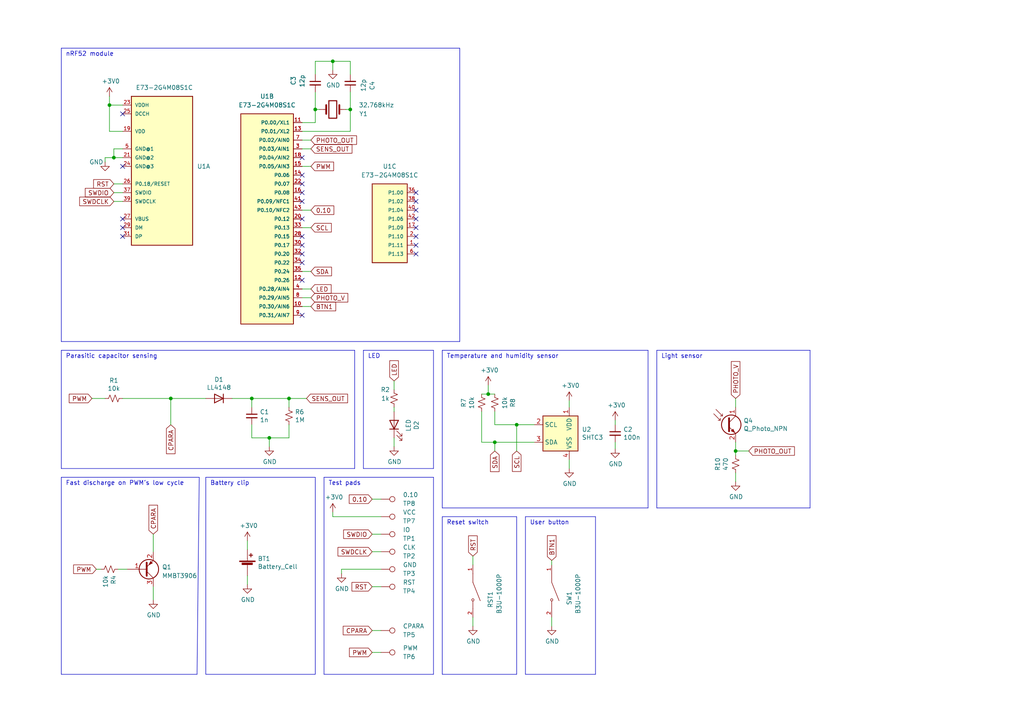
<source format=kicad_sch>
(kicad_sch (version 20230121) (generator eeschema)
  (paper "A4")
  (title_block (title "b-parasite") (date "2023-03-19") (rev "2.0.0") (comment 1 "rbaron.net"))
  (lib_symbols
    (symbol "B3U-1000P:B3U-1000P" (pin_names (offset 1.016) hide)
      (property "Reference" "S" (at -2.54 2.54 0))
      (property "Value" "B3U-1000P" (at -2.54 -2.54 0))
      (symbol "B3U-1000P_0_0"
        (polyline (pts (xy -2.54 0) (xy -5.08 0)) (stroke (width 0.1524)))
        (polyline (pts (xy -2.54 0) (xy 2.794 2.1336)) (stroke (width 0.1524)))
        (polyline (pts (xy 5.08 0) (xy 2.921 0)) (stroke (width 0.1524)))
        (circle (center 2.54 0) (radius 0.3302) (stroke (width 0.1524)))
        (pin passive line (at -7.62 0 0) (length 2.54) (name "~") (number "1"))
        (pin passive line (at 7.62 0 180) (length 2.54) (name "~") (number "2"))
      )
    )
    (symbol "Connector:TestPoint" (pin_numbers hide) (pin_names (offset 0.762) hide)
      (property "Reference" "TP" (at 0 6.858 0))
      (property "Value" "TestPoint" (at 0 5.08 0))
      (symbol "TestPoint_0_1"
        (circle (center 0 3.302) (radius 0.762))
      )
      (symbol "TestPoint_1_1"
        (pin passive line (at 0 0 90) (length 2.54) (name "1") (number "1"))
      )
    )
    (symbol "Device:Battery_Cell" (pin_numbers hide) (pin_names (offset 0) hide)
      (property "Reference" "BT" (at 2.54 2.54 0))
      (property "Value" "Battery_Cell" (at 2.54 0 0))
      (symbol "Battery_Cell_0_1"
        (rectangle (start -2.286 1.778) (end 2.286 1.524) (fill (type outline)))
        (rectangle (start -1.5748 1.1938) (end 1.4732 0.6858) (fill (type outline)))
        (polyline (pts (xy 0 0.762) (xy 0 0)))
        (polyline (pts (xy 0 1.778) (xy 0 2.54)))
        (polyline (pts (xy 0.508 3.429) (xy 1.524 3.429)) (stroke (width 0.254)))
        (polyline (pts (xy 1.016 3.937) (xy 1.016 2.921)) (stroke (width 0.254)))
      )
      (symbol "Battery_Cell_1_1"
        (pin passive line (at 0 5.08 270) (length 2.54) (name "+") (number "1"))
        (pin passive line (at 0 -2.54 90) (length 2.54) (name "-") (number "2"))
      )
    )
    (symbol "Device:C_Small" (pin_numbers hide) (pin_names (offset 0.254) hide)
      (property "Reference" "C" (at 0.254 1.778 0))
      (property "Value" "C_Small" (at 0.254 -2.032 0))
      (symbol "C_Small_0_1"
        (polyline (pts (xy -1.524 -0.508) (xy 1.524 -0.508)) (stroke (width 0.3302)))
        (polyline (pts (xy -1.524 0.508) (xy 1.524 0.508)) (stroke (width 0.3048)))
      )
      (symbol "C_Small_1_1"
        (pin passive line (at 0 2.54 270) (length 2.032) (name "~") (number "1"))
        (pin passive line (at 0 -2.54 90) (length 2.032) (name "~") (number "2"))
      )
    )
    (symbol "Device:Crystal" (pin_numbers hide) (pin_names (offset 1.016) hide)
      (property "Reference" "Y" (at 0 3.81 0))
      (property "Value" "Crystal" (at 0 -3.81 0))
      (symbol "Crystal_0_1"
        (rectangle (start -1.143 2.54) (end 1.143 -2.54) (stroke (width 0.3048)))
        (polyline (pts (xy -2.54 0) (xy -1.905 0)))
        (polyline (pts (xy -1.905 -1.27) (xy -1.905 1.27)) (stroke (width 0.508)))
        (polyline (pts (xy 1.905 -1.27) (xy 1.905 1.27)) (stroke (width 0.508)))
        (polyline (pts (xy 2.54 0) (xy 1.905 0)))
      )
      (symbol "Crystal_1_1"
        (pin passive line (at -3.81 0 0) (length 1.27) (name "1") (number "1"))
        (pin passive line (at 3.81 0 180) (length 1.27) (name "2") (number "2"))
      )
    )
    (symbol "Device:LED" (pin_numbers hide) (pin_names (offset 1.016) hide)
      (property "Reference" "D" (at 0 2.54 0))
      (property "Value" "LED" (at 0 -2.54 0))
      (symbol "LED_0_1"
        (polyline (pts (xy -1.27 -1.27) (xy -1.27 1.27)) (stroke (width 0.254)))
        (polyline (pts (xy -1.27 0) (xy 1.27 0)))
        (polyline (pts (xy 1.27 -1.27) (xy 1.27 1.27) (xy -1.27 0) (xy 1.27 -1.27)) (stroke (width 0.254)))
        (polyline (pts (xy -3.048 -0.762) (xy -4.572 -2.286) (xy -3.81 -2.286) (xy -4.572 -2.286) (xy -4.572 -1.524)))
        (polyline (pts (xy -1.778 -0.762) (xy -3.302 -2.286) (xy -2.54 -2.286) (xy -3.302 -2.286) (xy -3.302 -1.524)))
      )
      (symbol "LED_1_1"
        (pin passive line (at -3.81 0 0) (length 2.54) (name "K") (number "1"))
        (pin passive line (at 3.81 0 180) (length 2.54) (name "A") (number "2"))
      )
    )
    (symbol "Device:Q_Photo_NPN" (pin_names (offset 0) hide)
      (property "Reference" "Q" (at 5.08 1.27 0))
      (property "Value" "Q_Photo_NPN" (at 5.08 -1.27 0))
      (symbol "Q_Photo_NPN_0_1"
        (polyline (pts (xy -1.905 1.27) (xy -2.54 1.27)))
        (polyline (pts (xy -1.27 2.54) (xy -1.905 2.54)))
        (polyline (pts (xy 0.635 0.635) (xy 2.54 2.54)))
        (polyline (pts (xy -3.81 3.175) (xy -1.905 1.27) (xy -1.905 1.905)))
        (polyline (pts (xy -3.175 4.445) (xy -1.27 2.54) (xy -1.27 3.175)))
        (polyline (pts (xy 0.635 -0.635) (xy 2.54 -2.54) (xy 2.54 -2.54)))
        (polyline (pts (xy 0.635 1.905) (xy 0.635 -1.905) (xy 0.635 -1.905)) (stroke (width 0.508)))
        (polyline (pts (xy 1.27 -1.778) (xy 1.778 -1.27) (xy 2.286 -2.286) (xy 1.27 -1.778) (xy 1.27 -1.778)) (fill (type outline)))
        (circle (center 1.27 0) (radius 2.8194) (stroke (width 0.254)))
      )
      (symbol "Q_Photo_NPN_1_1"
        (pin passive line (at 2.54 5.08 270) (length 2.54) (name "C") (number "1"))
        (pin passive line (at 2.54 -5.08 90) (length 2.54) (name "E") (number "2"))
      )
    )
    (symbol "Device:R_Small_US" (pin_numbers hide) (pin_names (offset 0.254) hide)
      (property "Reference" "R" (at 0.762 0.508 0))
      (property "Value" "R_Small_US" (at 0.762 -1.016 0))
      (symbol "R_Small_US_1_1"
        (polyline (pts (xy 0 0) (xy 1.016 -0.381) (xy 0 -0.762) (xy -1.016 -1.143) (xy 0 -1.524)))
        (polyline (pts (xy 0 1.524) (xy 1.016 1.143) (xy 0 0.762) (xy -1.016 0.381) (xy 0 0)))
        (pin passive line (at 0 2.54 270) (length 1.016) (name "~") (number "1"))
        (pin passive line (at 0 -2.54 90) (length 1.016) (name "~") (number "2"))
      )
    )
    (symbol "Diode:LL4148" (pin_numbers hide) (pin_names (offset 1.016) hide)
      (property "Reference" "D" (at 0 2.54 0))
      (property "Value" "LL4148" (at 0 -2.54 0))
      (symbol "LL4148_0_1"
        (polyline (pts (xy -1.27 1.27) (xy -1.27 -1.27)) (stroke (width 0.254)))
        (polyline (pts (xy 1.27 0) (xy -1.27 0)))
        (polyline (pts (xy 1.27 1.27) (xy 1.27 -1.27) (xy -1.27 0) (xy 1.27 1.27)) (stroke (width 0.254)))
      )
      (symbol "LL4148_1_1"
        (pin passive line (at -3.81 0 0) (length 2.54) (name "K") (number "1"))
        (pin passive line (at 3.81 0 180) (length 2.54) (name "A") (number "2"))
      )
    )
    (symbol "E73:E73-2G4M08S1C" (pin_names (offset 1.016))
      (property "Reference" "U" (at -15.24 20.32 0))
      (property "Value" "E73-2G4M08S1C" (at -15.24 -25.4 0))
      (symbol "E73-2G4M08S1C_1_0"
        (rectangle (start -15.24 -22.86) (end 2.54 20.32) (stroke (width 0.254)) (fill (type background)))
        (pin bidirectional line (at -17.78 10.16 0) (length 2.54) (name "VDD") (number "19"))
        (pin bidirectional line (at -17.78 2.54 0) (length 2.54) (name "GND@2") (number "21"))
        (pin bidirectional line (at -17.78 17.78 0) (length 2.54) (name "VDDH") (number "23"))
        (pin bidirectional line (at -17.78 0 0) (length 2.54) (name "GND@3") (number "24"))
        (pin bidirectional line (at -17.78 15.24 0) (length 2.54) (name "DCCH") (number "25"))
        (pin bidirectional line (at -17.78 -5.08 0) (length 2.54) (name "P0.18/RESET") (number "26"))
        (pin bidirectional line (at -17.78 -15.24 0) (length 2.54) (name "VBUS") (number "27"))
        (pin bidirectional line (at -17.78 -17.78 0) (length 2.54) (name "DM") (number "29"))
        (pin bidirectional line (at -17.78 -20.32 0) (length 2.54) (name "DP") (number "31"))
        (pin bidirectional line (at -17.78 -7.62 0) (length 2.54) (name "SWDIO") (number "37"))
        (pin bidirectional line (at -17.78 -10.16 0) (length 2.54) (name "SWDCLK") (number "39"))
        (pin bidirectional line (at -17.78 5.08 0) (length 2.54) (name "GND@1") (number "5"))
      )
      (symbol "E73-2G4M08S1C_2_0"
        (rectangle (start -5.08 -30.48) (end 10.16 30.48) (stroke (width 0.254)) (fill (type background)))
        (pin bidirectional line (at 12.7 -25.4 180) (length 2.54) (name "P0.30/AIN6") (number "10"))
        (pin bidirectional line (at 12.7 27.94 180) (length 2.54) (name "P0.00/XL1") (number "11"))
        (pin bidirectional line (at 12.7 -17.78 180) (length 2.54) (name "P0.26") (number "12"))
        (pin bidirectional line (at 12.7 25.4 180) (length 2.54) (name "P0.01/XL2") (number "13"))
        (pin bidirectional line (at 12.7 12.7 180) (length 2.54) (name "P0.06") (number "14"))
        (pin bidirectional line (at 12.7 15.24 180) (length 2.54) (name "P0.05/AIN3") (number "15"))
        (pin bidirectional line (at 12.7 7.62 180) (length 2.54) (name "P0.08") (number "16"))
        (pin bidirectional line (at 12.7 17.78 180) (length 2.54) (name "P0.04/AIN2") (number "18"))
        (pin bidirectional line (at 12.7 0 180) (length 2.54) (name "P0.12") (number "20"))
        (pin bidirectional line (at 12.7 10.16 180) (length 2.54) (name "P0.07") (number "22"))
        (pin bidirectional line (at 12.7 -5.08 180) (length 2.54) (name "P0.15") (number "28"))
        (pin bidirectional line (at 12.7 20.32 180) (length 2.54) (name "P0.03/AIN1") (number "3"))
        (pin bidirectional line (at 12.7 -7.62 180) (length 2.54) (name "P0.17") (number "30"))
        (pin bidirectional line (at 12.7 -10.16 180) (length 2.54) (name "P0.20") (number "32"))
        (pin bidirectional line (at 12.7 -2.54 180) (length 2.54) (name "P0.13") (number "33"))
        (pin bidirectional line (at 12.7 -12.7 180) (length 2.54) (name "P0.22") (number "34"))
        (pin bidirectional line (at 12.7 -15.24 180) (length 2.54) (name "P0.24") (number "35"))
        (pin bidirectional line (at 12.7 -20.32 180) (length 2.54) (name "P0.28/AIN4") (number "4"))
        (pin bidirectional line (at 12.7 5.08 180) (length 2.54) (name "P0.09/NFC1") (number "41"))
        (pin bidirectional line (at 12.7 2.54 180) (length 2.54) (name "P0.10/NFC2") (number "43"))
        (pin bidirectional line (at 12.7 22.86 180) (length 2.54) (name "P0.02/AIN0") (number "7"))
        (pin bidirectional line (at 12.7 -22.86 180) (length 2.54) (name "P0.29/AIN5") (number "8"))
        (pin bidirectional line (at 12.7 -27.94 180) (length 2.54) (name "P0.31/AIN7") (number "9"))
      )
      (symbol "E73-2G4M08S1C_3_0"
        (rectangle (start -2.54 -12.7) (end 7.62 10.16) (stroke (width 0.254)) (fill (type background)))
        (pin bidirectional line (at 10.16 -7.62 180) (length 2.54) (name "P1.11") (number "1"))
        (pin bidirectional line (at 10.16 -2.54 180) (length 2.54) (name "P1.09") (number "17"))
        (pin bidirectional line (at 10.16 -5.08 180) (length 2.54) (name "P1.10") (number "2"))
        (pin bidirectional line (at 10.16 7.62 180) (length 2.54) (name "P1.00") (number "36"))
        (pin bidirectional line (at 10.16 5.08 180) (length 2.54) (name "P1.02") (number "38"))
        (pin bidirectional line (at 10.16 2.54 180) (length 2.54) (name "P1.04") (number "40"))
        (pin bidirectional line (at 10.16 0 180) (length 2.54) (name "P1.06") (number "42"))
        (pin bidirectional line (at 10.16 -10.16 180) (length 2.54) (name "P1.13") (number "6"))
      )
    )
    (symbol "Sensor_Humidity:SHTC3"
      (property "Reference" "U" (at -3.81 6.35 0))
      (property "Value" "SHTC3" (at -2.54 -6.35 0))
      (symbol "SHTC3_1_1"
        (rectangle (start -5.08 5.08) (end 5.08 -5.08) (stroke (width 0.254)) (fill (type background)))
        (pin power_in line (at 2.54 7.62 270) (length 2.54) (name "VDD") (number "1"))
        (pin input line (at -7.62 2.54 0) (length 2.54) (name "SCL") (number "2"))
        (pin bidirectional line (at -7.62 -2.54 0) (length 2.54) (name "SDA") (number "3"))
        (pin power_in line (at 2.54 -7.62 90) (length 2.54) (name "VSS") (number "4"))
        (pin no_connect line (at 5.08 0 180) (length 2.54) hide (name "NC") (number "5"))
      )
    )
    (symbol "Transistor_BJT:MMBT3906" (pin_names (offset 0) hide)
      (property "Reference" "Q" (at 5.08 1.905 0))
      (property "Value" "MMBT3906" (at 5.08 0 0))
      (symbol "MMBT3906_0_1"
        (polyline (pts (xy 0.635 0.635) (xy 2.54 2.54)))
        (polyline (pts (xy 0.635 -0.635) (xy 2.54 -2.54) (xy 2.54 -2.54)))
        (polyline (pts (xy 0.635 1.905) (xy 0.635 -1.905) (xy 0.635 -1.905)) (stroke (width 0.508)))
        (polyline (pts (xy 2.286 -1.778) (xy 1.778 -2.286) (xy 1.27 -1.27) (xy 2.286 -1.778) (xy 2.286 -1.778)) (fill (type outline)))
        (circle (center 1.27 0) (radius 2.8194) (stroke (width 0.254)))
      )
      (symbol "MMBT3906_1_1"
        (pin input line (at -5.08 0 0) (length 5.715) (name "B") (number "1"))
        (pin passive line (at 2.54 -5.08 90) (length 2.54) (name "E") (number "2"))
        (pin passive line (at 2.54 5.08 270) (length 2.54) (name "C") (number "3"))
      )
    )
    (symbol "power:+3V0" (power) (pin_names (offset 0))
      (property "Value" "+3V0" (at 0 3.556 0))
      (symbol "+3V0_0_1"
        (polyline (pts (xy -0.762 1.27) (xy 0 2.54)))
        (polyline (pts (xy 0 0) (xy 0 2.54)))
        (polyline (pts (xy 0 2.54) (xy 0.762 1.27)))
      )
      (symbol "+3V0_1_1"
        (pin power_in line (at 0 0 90) (length 0) hide (name "+3V0") (number "1"))
      )
    )
    (symbol "power:GND" (power) (pin_names (offset 0))
      (property "Value" "GND" (at 0 -3.81 0))
      (symbol "GND_0_1"
        (polyline (pts (xy 0 0) (xy 0 -1.27) (xy 1.27 -1.27) (xy 0 -2.54) (xy -1.27 -1.27) (xy 0 -1.27)))
      )
      (symbol "GND_1_1"
        (pin power_in line (at 0 0 270) (length 0) hide (name "GND") (number "1"))
      )
    )
  )
  (junction (at 83.82 115.57))
  (junction (at 101.6 31.75))
  (junction (at 33.02 45.72))
  (junction (at 213.36 130.81))
  (junction (at 91.44 31.75))
  (junction (at 96.52 17.78))
  (junction (at 73.025 115.57))
  (junction (at 49.53 115.57))
  (junction (at 31.75 30.48))
  (junction (at 141.605 114.3))
  (junction (at 78.105 127))
  (junction (at 143.51 128.27))
  (junction (at 149.86 123.19))
  (no_connect (at 120.65 73.66))
  (no_connect (at 35.56 48.26))
  (no_connect (at 35.56 63.5))
  (no_connect (at 35.56 66.04))
  (no_connect (at 35.56 68.58))
  (no_connect (at 35.56 33.02))
  (no_connect (at 87.63 63.5))
  (no_connect (at 87.63 91.44))
  (no_connect (at 87.63 50.8))
  (no_connect (at 87.63 45.72))
  (no_connect (at 87.63 55.88))
  (no_connect (at 87.63 58.42))
  (no_connect (at 87.63 53.34))
  (no_connect (at 87.63 71.12))
  (no_connect (at 87.63 76.2))
  (no_connect (at 87.63 81.28))
  (no_connect (at 87.63 73.66))
  (no_connect (at 87.63 68.58))
  (no_connect (at 120.65 58.42))
  (no_connect (at 120.65 60.96))
  (no_connect (at 120.65 63.5))
  (no_connect (at 120.65 55.88))
  (no_connect (at 120.65 68.58))
  (no_connect (at 120.65 71.12))
  (no_connect (at 120.65 66.04))
  (wire (pts (xy 44.45 154.94) (xy 44.45 160.02)))
  (wire (pts (xy 165.1 116.205) (xy 165.1 118.11)))
  (polyline (pts (xy 234.95 101.6) (xy 190.5 101.6)))
  (polyline (pts (xy 17.78 101.6) (xy 17.78 135.89)))
  (polyline (pts (xy 187.96 147.32) (xy 128.27 147.32)))
  (wire (pts (xy 143.51 119.38) (xy 143.51 123.19)))
  (polyline (pts (xy 190.5 101.6) (xy 190.5 147.32)))
  (wire (pts (xy 30.48 46.99) (xy 30.48 45.72)))
  (wire (pts (xy 73.025 118.11) (xy 73.025 115.57)))
  (wire (pts (xy 96.52 17.78) (xy 96.52 20.32)))
  (wire (pts (xy 213.36 130.81) (xy 213.36 132.08)))
  (wire (pts (xy 213.36 115.57) (xy 213.36 118.11)))
  (wire (pts (xy 27.94 165.1) (xy 29.21 165.1)))
  (polyline (pts (xy 57.785 138.43) (xy 57.15 195.58)))
  (polyline (pts (xy 234.95 101.6) (xy 234.95 147.32)))
  (wire (pts (xy 67.31 115.57) (xy 73.025 115.57)))
  (wire (pts (xy 107.95 170.18) (xy 110.49 170.18)))
  (polyline (pts (xy 105.41 135.89) (xy 125.73 135.89)))
  (polyline (pts (xy 59.69 138.43) (xy 59.69 195.58)))
  (polyline (pts (xy 128.27 149.86) (xy 128.27 195.58)))
  (polyline (pts (xy 17.78 99.06) (xy 17.78 13.97)))
  (wire (pts (xy 87.63 40.64) (xy 90.17 40.64)))
  (wire (pts (xy 213.36 130.81) (xy 217.17 130.81)))
  (wire (pts (xy 35.56 38.1) (xy 31.75 38.1)))
  (wire (pts (xy 149.86 123.19) (xy 143.51 123.19)))
  (wire (pts (xy 31.75 30.48) (xy 31.75 38.1)))
  (wire (pts (xy 87.63 83.82) (xy 90.17 83.82)))
  (wire (pts (xy 33.02 43.18) (xy 35.56 43.18)))
  (wire (pts (xy 160.02 162.56) (xy 160.02 163.83)))
  (wire (pts (xy 71.755 156.845) (xy 71.755 159.385)))
  (polyline (pts (xy 93.98 138.43) (xy 93.98 195.58)))
  (wire (pts (xy 33.02 58.42) (xy 35.56 58.42)))
  (wire (pts (xy 73.025 115.57) (xy 83.82 115.57)))
  (wire (pts (xy 107.95 154.94) (xy 110.49 154.94)))
  (polyline (pts (xy 187.96 101.6) (xy 187.96 147.32)))
  (wire (pts (xy 31.75 30.48) (xy 35.56 30.48)))
  (wire (pts (xy 114.3 110.49) (xy 114.3 113.03)))
  (polyline (pts (xy 17.78 195.58) (xy 17.78 138.43)))
  (wire (pts (xy 87.63 66.04) (xy 90.17 66.04)))
  (wire (pts (xy 143.51 128.27) (xy 143.51 130.81)))
  (wire (pts (xy 114.3 127) (xy 114.3 129.54)))
  (wire (pts (xy 33.02 45.72) (xy 33.02 43.18)))
  (polyline (pts (xy 91.44 138.43) (xy 59.69 138.43)))
  (wire (pts (xy 87.63 88.9) (xy 90.17 88.9)))
  (wire (pts (xy 137.16 179.07) (xy 137.16 181.61)))
  (wire (pts (xy 30.48 45.72) (xy 33.02 45.72)))
  (wire (pts (xy 114.3 118.11) (xy 114.3 119.38)))
  (wire (pts (xy 99.06 165.1) (xy 110.49 165.1)))
  (polyline (pts (xy 128.27 101.6) (xy 128.27 147.32)))
  (wire (pts (xy 141.605 114.3) (xy 143.51 114.3)))
  (wire (pts (xy 91.44 21.59) (xy 91.44 17.78)))
  (polyline (pts (xy 125.73 101.6) (xy 105.41 101.6)))
  (polyline (pts (xy 105.41 101.6) (xy 105.41 135.89)))
  (wire (pts (xy 101.6 31.75) (xy 101.6 38.1)))
  (polyline (pts (xy 91.44 195.58) (xy 91.44 138.43)))
  (wire (pts (xy 49.53 115.57) (xy 49.53 123.19)))
  (wire (pts (xy 96.52 17.78) (xy 101.6 17.78)))
  (wire (pts (xy 83.82 115.57) (xy 83.82 118.11)))
  (wire (pts (xy 83.82 115.57) (xy 88.9 115.57)))
  (wire (pts (xy 87.63 86.36) (xy 90.17 86.36)))
  (wire (pts (xy 91.44 31.75) (xy 92.71 31.75)))
  (polyline (pts (xy 17.78 138.43) (xy 57.785 138.43)))
  (wire (pts (xy 49.53 115.57) (xy 59.69 115.57)))
  (wire (pts (xy 107.95 144.78) (xy 110.49 144.78)))
  (wire (pts (xy 137.16 161.29) (xy 137.16 163.83)))
  (polyline (pts (xy 93.98 138.43) (xy 125.73 138.43)))
  (polyline (pts (xy 17.78 99.06) (xy 133.35 99.06)))
  (wire (pts (xy 141.605 114.3) (xy 141.605 111.76)))
  (wire (pts (xy 160.02 179.07) (xy 160.02 181.61)))
  (wire (pts (xy 87.63 43.18) (xy 90.17 43.18)))
  (wire (pts (xy 35.56 115.57) (xy 49.53 115.57)))
  (wire (pts (xy 87.63 78.74) (xy 90.17 78.74)))
  (wire (pts (xy 107.95 160.02) (xy 110.49 160.02)))
  (polyline (pts (xy 102.87 101.6) (xy 102.87 135.89)))
  (wire (pts (xy 33.02 53.34) (xy 35.56 53.34)))
  (polyline (pts (xy 57.15 195.58) (xy 17.78 195.58)))
  (wire (pts (xy 78.105 127) (xy 78.105 129.54)))
  (wire (pts (xy 96.52 149.86) (xy 96.52 148.59)))
  (wire (pts (xy 91.44 35.56) (xy 91.44 31.75)))
  (polyline (pts (xy 187.96 101.6) (xy 128.27 101.6)))
  (wire (pts (xy 143.51 128.27) (xy 139.7 128.27)))
  (wire (pts (xy 87.63 48.26) (xy 90.17 48.26)))
  (polyline (pts (xy 128.27 149.86) (xy 149.86 149.86)))
  (wire (pts (xy 91.44 17.78) (xy 96.52 17.78)))
  (wire (pts (xy 44.45 170.18) (xy 44.45 173.99)))
  (polyline (pts (xy 172.72 195.58) (xy 172.72 149.86)))
  (wire (pts (xy 73.025 123.19) (xy 73.025 127)))
  (wire (pts (xy 33.02 45.72) (xy 35.56 45.72)))
  (wire (pts (xy 87.63 60.96) (xy 90.17 60.96)))
  (polyline (pts (xy 59.69 195.58) (xy 91.44 195.58)))
  (polyline (pts (xy 133.35 13.97) (xy 133.35 99.06)))
  (polyline (pts (xy 17.78 13.97) (xy 133.35 13.97)))
  (wire (pts (xy 213.36 128.27) (xy 213.36 130.81)))
  (wire (pts (xy 154.94 123.19) (xy 149.86 123.19)))
  (polyline (pts (xy 17.78 101.6) (xy 102.87 101.6)))
  (wire (pts (xy 213.36 137.16) (xy 213.36 139.7)))
  (wire (pts (xy 78.105 127) (xy 73.025 127)))
  (polyline (pts (xy 152.4 149.86) (xy 152.4 195.58)))
  (polyline (pts (xy 17.78 135.89) (xy 102.87 135.89)))
  (wire (pts (xy 87.63 35.56) (xy 91.44 35.56)))
  (wire (pts (xy 178.435 128.27) (xy 178.435 130.175)))
  (wire (pts (xy 26.67 115.57) (xy 30.48 115.57)))
  (polyline (pts (xy 149.86 195.58) (xy 128.27 195.58)))
  (polyline (pts (xy 190.5 147.32) (xy 234.95 147.32)))
  (wire (pts (xy 149.86 123.19) (xy 149.86 130.81)))
  (wire (pts (xy 83.82 127) (xy 78.105 127)))
  (wire (pts (xy 101.6 17.78) (xy 101.6 21.59)))
  (wire (pts (xy 34.29 165.1) (xy 36.83 165.1)))
  (wire (pts (xy 107.95 182.88) (xy 110.49 182.88)))
  (wire (pts (xy 100.33 31.75) (xy 101.6 31.75)))
  (wire (pts (xy 71.755 167.005) (xy 71.755 169.545)))
  (wire (pts (xy 101.6 26.67) (xy 101.6 31.75)))
  (wire (pts (xy 139.7 114.3) (xy 141.605 114.3)))
  (wire (pts (xy 91.44 26.67) (xy 91.44 31.75)))
  (polyline (pts (xy 152.4 195.58) (xy 172.72 195.58)))
  (wire (pts (xy 178.435 123.19) (xy 178.435 121.92)))
  (polyline (pts (xy 125.73 195.58) (xy 125.73 138.43)))
  (wire (pts (xy 139.7 119.38) (xy 139.7 128.27)))
  (wire (pts (xy 154.94 128.27) (xy 143.51 128.27)))
  (wire (pts (xy 99.06 166.37) (xy 99.06 165.1)))
  (wire (pts (xy 96.52 149.86) (xy 110.49 149.86)))
  (wire (pts (xy 31.75 27.94) (xy 31.75 30.48)))
  (polyline (pts (xy 93.98 195.58) (xy 125.73 195.58)))
  (wire (pts (xy 83.82 127) (xy 83.82 123.19)))
  (polyline (pts (xy 125.73 101.6) (xy 125.73 135.89)))
  (wire (pts (xy 87.63 38.1) (xy 101.6 38.1)))
  (polyline (pts (xy 149.86 149.86) (xy 149.86 195.58)))
  (wire (pts (xy 107.95 189.23) (xy 110.49 189.23)))
  (wire (pts (xy 33.02 55.88) (xy 35.56 55.88)))
  (polyline (pts (xy 152.4 149.86) (xy 172.72 149.86)))
  (wire (pts (xy 165.1 133.35) (xy 165.1 135.89)))
  (text "Fast discharge on PWM’s low cycle" (at 19.05 140.97 0) (effects (font (size 1.27 1.27)) (justify left bottom)))
  (text "Temperature and humidity sensor" (at 129.54 104.14 0) (effects (font (size 1.27 1.27)) (justify left bottom)))
  (text "LED" (at 106.68 104.14 0) (effects (font (size 1.27 1.27)) (justify left bottom)))
  (text "nRF52 module" (at 19.05 16.51 0) (effects (font (size 1.27 1.27)) (justify left bottom)))
  (text "Parasitic capacitor sensing" (at 19.05 104.14 0) (effects (font (size 1.27 1.27)) (justify left bottom)))
  (text "Test pads" (at 95.25 140.97 0) (effects (font (size 1.27 1.27)) (justify left bottom)))
  (text "Light sensor" (at 191.77 104.14 0) (effects (font (size 1.27 1.27)) (justify left bottom)))
  (text "Reset switch" (at 129.54 152.4 0) (effects (font (size 1.27 1.27)) (justify left bottom)))
  (text "User button" (at 153.67 152.4 0) (effects (font (size 1.27 1.27)) (justify left bottom)))
  (text "Battery clip" (at 60.96 140.97 0) (effects (font (size 1.27 1.27)) (justify left bottom)))
  (global_label "SWDIO" (shape input) (at 33.02 55.88 180) (property "Intersheetrefs" "${INTERSHEET_REFS}" (effects hide)))
  (global_label "0.10" (shape input) (at 107.95 144.78 180) (property "Intersheetrefs" "${INTERSHEET_REFS}" (effects hide)))
  (global_label "CPARA" (shape input) (at 49.53 123.19 270) (property "Intersheetrefs" "${INTERSHEET_REFS}" (effects hide)))
  (global_label "SWDIO" (shape input) (at 107.95 154.94 180) (property "Intersheetrefs" "${INTERSHEET_REFS}" (effects hide)))
  (global_label "RST" (shape input) (at 137.16 161.29 90) (property "Intersheetrefs" "${INTERSHEET_REFS}" (effects hide)))
  (global_label "PHOTO_V" (shape input) (at 90.17 86.36 0) (property "Intersheetrefs" "${INTERSHEET_REFS}" (effects hide)))
  (global_label "LED" (shape input) (at 114.3 110.49 90) (property "Intersheetrefs" "${INTERSHEET_REFS}" (effects hide)))
  (global_label "SCL" (shape input) (at 149.86 130.81 270) (property "Intersheetrefs" "${INTERSHEET_REFS}" (effects hide)))
  (global_label "CPARA" (shape input) (at 44.45 154.94 90) (property "Intersheetrefs" "${INTERSHEET_REFS}" (effects hide)))
  (global_label "0.10" (shape input) (at 90.17 60.96 0) (property "Intersheetrefs" "${INTERSHEET_REFS}" (effects hide)))
  (global_label "BTN1" (shape input) (at 160.02 162.56 90) (property "Intersheetrefs" "${INTERSHEET_REFS}" (effects hide)))
  (global_label "SENS_OUT" (shape input) (at 90.17 43.18 0) (property "Intersheetrefs" "${INTERSHEET_REFS}" (effects hide)))
  (global_label "CPARA" (shape input) (at 107.95 182.88 180) (property "Intersheetrefs" "${INTERSHEET_REFS}" (effects hide)))
  (global_label "PHOTO_OUT" (shape input) (at 217.17 130.81 0) (property "Intersheetrefs" "${INTERSHEET_REFS}" (effects hide)))
  (global_label "SCL" (shape input) (at 90.17 66.04 0) (property "Intersheetrefs" "${INTERSHEET_REFS}" (effects hide)))
  (global_label "SWDCLK" (shape input) (at 33.02 58.42 180) (property "Intersheetrefs" "${INTERSHEET_REFS}" (effects hide)))
  (global_label "PHOTO_V" (shape input) (at 213.36 115.57 90) (property "Intersheetrefs" "${INTERSHEET_REFS}" (effects hide)))
  (global_label "LED" (shape input) (at 90.17 83.82 0) (property "Intersheetrefs" "${INTERSHEET_REFS}" (effects hide)))
  (global_label "SENS_OUT" (shape input) (at 88.9 115.57 0) (property "Intersheetrefs" "${INTERSHEET_REFS}" (effects hide)))
  (global_label "SDA" (shape input) (at 90.17 78.74 0) (property "Intersheetrefs" "${INTERSHEET_REFS}" (effects hide)))
  (global_label "BTN1" (shape input) (at 90.17 88.9 0) (property "Intersheetrefs" "${INTERSHEET_REFS}" (effects hide)))
  (global_label "PWM" (shape input) (at 26.67 115.57 180) (property "Intersheetrefs" "${INTERSHEET_REFS}" (effects hide)))
  (global_label "PWM" (shape input) (at 107.95 189.23 180) (property "Intersheetrefs" "${INTERSHEET_REFS}" (effects hide)))
  (global_label "SDA" (shape input) (at 143.51 130.81 270) (property "Intersheetrefs" "${INTERSHEET_REFS}" (effects hide)))
  (global_label "SWDCLK" (shape input) (at 107.95 160.02 180) (property "Intersheetrefs" "${INTERSHEET_REFS}" (effects hide)))
  (global_label "PWM" (shape input) (at 27.94 165.1 180) (property "Intersheetrefs" "${INTERSHEET_REFS}" (effects hide)))
  (global_label "PHOTO_OUT" (shape input) (at 90.17 40.64 0) (property "Intersheetrefs" "${INTERSHEET_REFS}" (effects hide)))
  (global_label "PWM" (shape input) (at 90.17 48.26 0) (property "Intersheetrefs" "${INTERSHEET_REFS}" (effects hide)))
  (global_label "RST" (shape input) (at 33.02 53.34 180) (property "Intersheetrefs" "${INTERSHEET_REFS}" (effects hide)))
  (global_label "RST" (shape input) (at 107.95 170.18 180) (property "Intersheetrefs" "${INTERSHEET_REFS}" (effects hide)))
  (symbol (lib_id "Device:R_Small_US") (at 33.02 115.57 90) (unit 1)
    (property "Reference" "R1" (at 33.02 110.363 90))
    (property "Value" "10k" (at 33.02 112.6744 90))
    (property "Footprint" "Resistor_SMD:R_0402_1005Metric" (effects hide))
    (property "LCSC" "C25744" (effects hide))
  )
  (symbol (lib_id "Diode:LL4148") (at 63.5 115.57 180) (unit 1)
    (property "Reference" "D1" (at 63.5 110.0836 0))
    (property "Value" "LL4148" (at 63.5 112.395 0))
    (property "Footprint" "Diode_SMD:D_MiniMELF" (effects hide))
    (property "Datasheet" "https://datasheet.lcsc.com/lcsc/2205131645_JUXING-LL4148_C3011166.pdf" (effects hide))
    (property "LCSC" "C3011166" (effects hide))
  )
  (symbol (lib_id "Device:C_Small") (at 73.025 120.65 0) (unit 1)
    (property "Reference" "C1" (at 75.3618 119.4816 0) (effects (justify left)))
    (property "Value" "1n" (at 75.3618 121.793 0) (effects (justify left)))
    (property "Footprint" "Capacitor_SMD:C_0402_1005Metric" (effects hide))
    (property "LCSC" "C1523" (effects hide))
  )
  (symbol (lib_id "Device:R_Small_US") (at 83.82 120.65 0) (unit 1)
    (property "Reference" "R6" (at 85.5472 119.4816 0) (effects (justify left)))
    (property "Value" "1M" (at 85.5472 121.793 0) (effects (justify left)))
    (property "Footprint" "Resistor_SMD:R_0402_1005Metric" (effects hide))
    (property "LCSC" "C26083" (effects hide))
  )
  (symbol (lib_id "power:GND") (at 78.105 129.54 0) (unit 1)
    (property "Reference" "#PWR0111" (effects hide))
    (property "Value" "GND" (at 78.232 133.9342 0))
  )
  (symbol (lib_id "Device:R_Small_US") (at 31.75 165.1 270) (unit 1)
    (property "Reference" "R4" (at 32.9184 166.8272 0) (effects (justify left)))
    (property "Value" "10k" (at 30.607 166.8272 0) (effects (justify left)))
    (property "Footprint" "Resistor_SMD:R_0402_1005Metric" (effects hide))
    (property "LCSC" "C25744" (effects hide))
  )
  (symbol (lib_id "power:GND") (at 44.45 173.99 0) (unit 1)
    (property "Reference" "#PWR0114" (effects hide))
    (property "Value" "GND" (at 44.577 178.3842 0))
  )
  (symbol (lib_id "power:+3V0") (at 178.435 121.92 0) (unit 1)
    (property "Reference" "#PWR0106" (effects hide))
    (property "Value" "+3V0" (at 178.816 117.5258 0))
  )
  (symbol (lib_id "power:GND") (at 165.1 135.89 0) (unit 1)
    (property "Reference" "#PWR0107" (effects hide))
    (property "Value" "GND" (at 165.227 140.2842 0))
  )
  (symbol (lib_id "Device:C_Small") (at 178.435 125.73 0) (unit 1)
    (property "Reference" "C2" (at 180.7718 124.5616 0) (effects (justify left)))
    (property "Value" "100n" (at 180.7718 126.873 0) (effects (justify left)))
    (property "Footprint" "Capacitor_SMD:C_0402_1005Metric" (effects hide))
    (property "LCSC" "C1525" (effects hide))
  )
  (symbol (lib_id "power:GND") (at 178.435 130.175 0) (unit 1)
    (property "Reference" "#PWR0109" (effects hide))
    (property "Value" "GND" (at 178.562 134.5692 0))
  )
  (symbol (lib_id "Device:R_Small_US") (at 143.51 116.84 0) (unit 1)
    (property "Reference" "R8" (at 148.717 116.84 90))
    (property "Value" "10k" (at 146.4056 116.84 90))
    (property "Footprint" "Resistor_SMD:R_0402_1005Metric" (effects hide))
    (property "LCSC" "C25744" (effects hide))
  )
  (symbol (lib_id "Device:R_Small_US") (at 139.7 116.84 180) (unit 1)
    (property "Reference" "R7" (at 134.493 116.84 90))
    (property "Value" "10k" (at 136.8044 116.84 90))
    (property "Footprint" "Resistor_SMD:R_0402_1005Metric" (effects hide))
    (property "LCSC" "C25744" (effects hide))
  )
  (symbol (lib_id "power:+3V0") (at 141.605 111.76 0) (unit 1)
    (property "Reference" "#PWR0112" (effects hide))
    (property "Value" "+3V0" (at 141.986 107.3658 0))
  )
  (symbol (lib_id "Device:R_Small_US") (at 114.3 115.57 180) (unit 1)
    (property "Reference" "R2" (at 111.76 113.03 0))
    (property "Value" "1k" (at 111.76 115.57 0))
    (property "Footprint" "Resistor_SMD:R_0402_1005Metric" (effects hide))
    (property "LCSC" "C11702" (effects hide))
  )
  (symbol (lib_id "Device:LED") (at 114.3 123.19 90) (unit 1)
    (property "Reference" "D2" (at 120.777 123.3678 0))
    (property "Value" "LED" (at 118.4656 123.3678 0))
    (property "Footprint" "LED_SMD:LED_0603_1608Metric" (effects hide))
    (property "LCSC" "C2286" (effects hide))
  )
  (symbol (lib_id "power:GND") (at 114.3 129.54 0) (unit 1)
    (property "Reference" "#PWR0103" (effects hide))
    (property "Value" "GND" (at 114.427 133.9342 0))
  )
  (symbol (lib_id "Device:Battery_Cell") (at 71.755 164.465 0) (unit 1)
    (property "Reference" "BT1" (at 74.7522 162.0266 0) (effects (justify left)))
    (property "Value" "Battery_Cell" (at 74.7522 164.338 0) (effects (justify left)))
    (property "Footprint" "kicad:BatteryHolder_Keystone_3002_1x2032" (effects hide))
  )
  (symbol (lib_id "power:GND") (at 71.755 169.545 0) (unit 1)
    (property "Reference" "#PWR0104" (effects hide))
    (property "Value" "GND" (at 71.882 173.9392 0))
  )
  (symbol (lib_id "power:+3V0") (at 71.755 156.845 0) (unit 1)
    (property "Reference" "#PWR0105" (effects hide))
    (property "Value" "+3V0" (at 72.136 152.4508 0))
  )
  (symbol (lib_id "Sensor_Humidity:SHTC3") (at 162.56 125.73 0) (unit 1)
    (property "Reference" "U2" (at 168.7576 124.5616 0) (effects (justify left)))
    (property "Value" "SHTC3" (at 168.7576 126.873 0) (effects (justify left)))
    (property "Footprint" "kicad:Sensirion_DFN-4-1EP_2x2mm_P1mm_EP0.7x1.6mm" (effects hide))
    (property "Datasheet" "https://www.sensirion.com/fileadmin/user_upload/customers/sensirion/Dokumente/0_Datasheets/Humidity/Sensirion_Humidity_Sensors_SHTC3_Datasheet.pdf" (effects hide))
    (property "LCSC" "C194656" (effects hide))
  )
  (symbol (lib_id "power:+3V0") (at 165.1 116.205 0) (unit 1)
    (property "Reference" "#PWR0117" (effects hide))
    (property "Value" "+3V0" (at 165.481 111.8108 0))
  )
  (symbol (lib_id "Device:R_Small_US") (at 213.36 134.62 180) (unit 1)
    (property "Reference" "R10" (at 208.153 134.62 90))
    (property "Value" "470" (at 210.4644 134.62 90))
    (property "Footprint" "Resistor_SMD:R_0402_1005Metric" (effects hide))
    (property "LCSC" "C25117" (effects hide))
  )
  (symbol (lib_id "power:GND") (at 213.36 139.7 0) (unit 1)
    (property "Reference" "#PWR0119" (effects hide))
    (property "Value" "GND" (at 213.487 144.0942 0))
  )
  (symbol (lib_id "Device:Q_Photo_NPN") (at 210.82 123.19 0) (unit 1)
    (property "Reference" "Q4" (at 215.646 122.0216 0) (effects (justify left)))
    (property "Value" "Q_Photo_NPN" (at 215.646 124.333 0) (effects (justify left)))
    (property "Footprint" "snapeda:TR8" (effects hide))
    (property "Datasheet" "https://datasheet.lcsc.com/lcsc/1806131537_Everlight-Elec-ALS-PT19-315C-L177-TR8_C146233.pdf" (effects hide))
    (property "LCSC" "C146233" (effects hide))
  )
  (symbol (lib_id "Device:C_Small") (at 91.44 24.13 0) (unit 1)
    (property "Reference" "C3" (at 85.09 24.765 90) (effects (justify left)))
    (property "Value" "12p" (at 87.63 25.4 90) (effects (justify left)))
    (property "Footprint" "Capacitor_SMD:C_0402_1005Metric" (effects hide))
    (property "LCSC" "C1547" (effects hide))
  )
  (symbol (lib_id "power:GND") (at 99.06 166.37 0) (unit 1)
    (property "Reference" "#PWR0108" (effects hide))
    (property "Value" "GND" (at 99.187 170.7642 0))
  )
  (symbol (lib_id "Connector:TestPoint") (at 110.49 149.86 270) (unit 1) (in_bom no)
    (property "Reference" "TP7" (at 116.84 151.13 90) (effects (justify left)))
    (property "Value" "VCC" (at 116.84 148.59 90) (effects (justify left)))
    (property "Footprint" "TestPoint:TestPoint_Pad_D1.0mm" (effects hide))
  )
  (symbol (lib_id "power:GND") (at 137.16 181.61 0) (unit 1)
    (property "Reference" "#PWR0102" (effects hide))
    (property "Value" "GND" (at 137.287 186.0042 0))
  )
  (symbol (lib_id "Device:C_Small") (at 101.6 24.13 180) (unit 1)
    (property "Reference" "C4" (at 107.95 23.495 90) (effects (justify left)))
    (property "Value" "12p" (at 105.41 22.86 90) (effects (justify left)))
    (property "Footprint" "Capacitor_SMD:C_0402_1005Metric" (effects hide))
    (property "LCSC" "C1547" (effects hide))
  )
  (symbol (lib_id "power:+3V0") (at 31.75 27.94 0) (unit 1)
    (property "Reference" "#PWR0113" (effects hide))
    (property "Value" "+3V0" (at 32.131 23.5458 0))
  )
  (symbol (lib_id "Connector:TestPoint") (at 110.49 182.88 270) (unit 1) (in_bom no)
    (property "Reference" "TP5" (at 116.84 184.15 90) (effects (justify left)))
    (property "Value" "CPARA" (at 116.84 181.61 90) (effects (justify left)))
    (property "Footprint" "TestPoint:TestPoint_Pad_D1.0mm" (effects hide))
  )
  (symbol (lib_id "Connector:TestPoint") (at 110.49 189.23 270) (unit 1) (in_bom no)
    (property "Reference" "TP6" (at 116.84 190.5 90) (effects (justify left)))
    (property "Value" "PWM" (at 116.84 187.96 90) (effects (justify left)))
    (property "Footprint" "TestPoint:TestPoint_Pad_D1.0mm" (effects hide))
  )
  (symbol (lib_id "Connector:TestPoint") (at 110.49 160.02 270) (unit 1) (in_bom no)
    (property "Reference" "TP2" (at 116.84 161.29 90) (effects (justify left)))
    (property "Value" "CLK" (at 116.84 158.75 90) (effects (justify left)))
    (property "Footprint" "TestPoint:TestPoint_Pad_D1.0mm" (effects hide))
  )
  (symbol (lib_id "power:GND") (at 30.48 46.99 0) (unit 1)
    (property "Reference" "#PWR0115" (effects hide))
    (property "Value" "GND" (at 27.94 46.99 0))
  )
  (symbol (lib_id "Transistor_BJT:MMBT3906") (at 41.91 165.1 0) (mirror x) (unit 1)
    (property "Reference" "Q1" (at 46.99 164.465 0) (effects (justify left)))
    (property "Value" "MMBT3906" (at 46.99 167.005 0) (effects (justify left)))
    (property "Footprint" "Package_TO_SOT_SMD:SOT-23" (effects hide))
    (property "Datasheet" "https://www.onsemi.com/pub/Collateral/2N3906-D.PDF" (effects hide))
    (property "LCSC" "C2910191" (effects hide))
  )
  (symbol (lib_id "Connector:TestPoint") (at 110.49 144.78 270) (unit 1) (in_bom no)
    (property "Reference" "TP8" (at 116.84 146.05 90) (effects (justify left)))
    (property "Value" "0.10" (at 116.84 143.51 90) (effects (justify left)))
    (property "Footprint" "TestPoint:TestPoint_Pad_D1.0mm" (effects hide))
  )
  (symbol (lib_id "Connector:TestPoint") (at 110.49 170.18 270) (unit 1) (in_bom no)
    (property "Reference" "TP4" (at 116.84 171.45 90) (effects (justify left)))
    (property "Value" "RST" (at 116.84 168.91 90) (effects (justify left)))
    (property "Footprint" "TestPoint:TestPoint_Pad_D1.0mm" (effects hide))
  )
  (symbol (lib_id "E73:E73-2G4M08S1C") (at 110.49 63.5 0) (unit 3)
    (property "Reference" "U1" (at 113.03 48.26 0))
    (property "Value" "E73-2G4M08S1C" (at 113.03 50.8 0))
    (property "Footprint" "snapeda:E73-2G4M08S1C" (effects hide))
  )
  (symbol (lib_id "power:+3V0") (at 96.52 148.59 0) (unit 1)
    (property "Reference" "#PWR01" (effects hide))
    (property "Value" "+3V0" (at 96.901 144.1958 0))
  )
  (symbol (lib_id "E73:E73-2G4M08S1C") (at 53.34 48.26 0) (unit 1)
    (property "Reference" "U1" (at 57.15 48.2599 0) (effects (justify left)))
    (property "Value" "E73-2G4M08S1C" (at 39.37 25.4 0) (effects (justify left)))
    (property "Footprint" "snapeda:E73-2G4M08S1C" (effects hide))
  )
  (symbol (lib_id "Connector:TestPoint") (at 110.49 154.94 270) (unit 1) (in_bom no)
    (property "Reference" "TP1" (at 116.84 156.21 90) (effects (justify left)))
    (property "Value" "IO" (at 116.84 153.67 90) (effects (justify left)))
    (property "Footprint" "TestPoint:TestPoint_Pad_D1.0mm" (effects hide))
  )
  (symbol (lib_id "E73:E73-2G4M08S1C") (at 74.93 63.5 0) (unit 2)
    (property "Reference" "U1" (at 77.47 27.94 0))
    (property "Value" "E73-2G4M08S1C" (at 77.47 30.48 0))
    (property "Footprint" "snapeda:E73-2G4M08S1C" (effects hide))
    (property "LCSC" "C356849" (effects hide))
  )
  (symbol (lib_id "power:GND") (at 96.52 20.32 0) (unit 1)
    (property "Reference" "#PWR0110" (effects hide))
    (property "Value" "GND" (at 96.647 24.7142 0))
  )
  (symbol (lib_id "Connector:TestPoint") (at 110.49 165.1 270) (unit 1) (in_bom no)
    (property "Reference" "TP3" (at 116.84 166.37 90) (effects (justify left)))
    (property "Value" "GND" (at 116.84 163.83 90) (effects (justify left)))
    (property "Footprint" "TestPoint:TestPoint_Pad_D1.0mm" (effects hide))
  )
  (symbol (lib_id "power:GND") (at 160.02 181.61 0) (unit 1)
    (property "Reference" "#PWR0101" (effects hide))
    (property "Value" "GND" (at 160.147 186.0042 0))
  )
  (symbol (lib_id "Device:Crystal") (at 96.52 31.75 180) (unit 1)
    (property "Reference" "Y1" (at 106.68 33.02 0) (effects (justify left)))
    (property "Value" "32.768kHz" (at 114.3 30.48 0) (effects (justify left)))
    (property "Footprint" "Crystal:Crystal_SMD_3215-2Pin_3.2x1.5mm" (effects hide))
    (property "LCSC" "C32346" (effects hide))
  )
  (symbol (lib_id "B3U-1000P:B3U-1000P") (at 160.02 171.45 270) (unit 1)
    (property "Reference" "SW1" (at 165.1 171.45 0) (effects (justify left)))
    (property "Value" "B3U-1000P" (at 167.64 166.37 0) (effects (justify left)))
    (property "Footprint" "SW_B3U-1000P" (effects hide))
    (property "PACKAGE" "None" (effects hide))
    (property "MP" "B3U-1000P" (effects hide))
    (property "MF" "Omron" (effects hide))
    (property "AVAILABILITY" "Unavailable" (effects hide))
    (property "DESCRIPTION" "Tactile Switch SPST-NO Top Actuated Surface Mount" (effects hide))
    (property "PRICE" "None" (effects hide))
    (property "LCSC" "C231329" (effects hide))
  )
  (symbol (lib_id "B3U-1000P:B3U-1000P") (at 137.16 171.45 270) (unit 1)
    (property "Reference" "RST1" (at 142.24 171.45 0) (effects (justify left)))
    (property "Value" "B3U-1000P" (at 144.78 166.37 0) (effects (justify left)))
    (property "Footprint" "SW_B3U-1000P" (effects hide))
    (property "PACKAGE" "None" (effects hide))
    (property "MP" "B3U-1000P" (effects hide))
    (property "MF" "Omron" (effects hide))
    (property "AVAILABILITY" "Unavailable" (effects hide))
    (property "DESCRIPTION" "Tactile Switch SPST-NO Top Actuated Surface Mount" (effects hide))
    (property "PRICE" "None" (effects hide))
    (property "LCSC" "C231329" (effects hide))
  )
)
</source>
